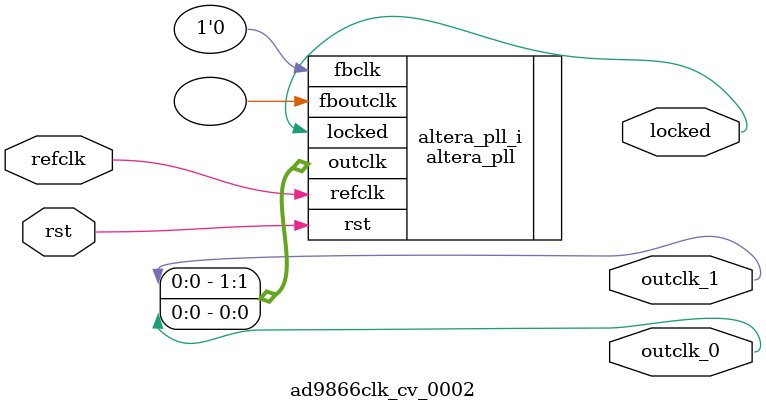
<source format=v>
`timescale 1ns/10ps
module  ad9866clk_cv_0002(

	// interface 'refclk'
	input wire refclk,

	// interface 'reset'
	input wire rst,

	// interface 'outclk0'
	output wire outclk_0,

	// interface 'outclk1'
	output wire outclk_1,

	// interface 'locked'
	output wire locked
);

	altera_pll #(
		.fractional_vco_multiplier("false"),
		.reference_clock_frequency("61.44 MHz"),
		.operation_mode("direct"),
		.number_of_clocks(2),
		.output_clock_frequency0("122.880000 MHz"),
		.phase_shift0("0 ps"),
		.duty_cycle0(50),
		.output_clock_frequency1("61.440000 MHz"),
		.phase_shift1("0 ps"),
		.duty_cycle1(50),
		.output_clock_frequency2("0 MHz"),
		.phase_shift2("0 ps"),
		.duty_cycle2(50),
		.output_clock_frequency3("0 MHz"),
		.phase_shift3("0 ps"),
		.duty_cycle3(50),
		.output_clock_frequency4("0 MHz"),
		.phase_shift4("0 ps"),
		.duty_cycle4(50),
		.output_clock_frequency5("0 MHz"),
		.phase_shift5("0 ps"),
		.duty_cycle5(50),
		.output_clock_frequency6("0 MHz"),
		.phase_shift6("0 ps"),
		.duty_cycle6(50),
		.output_clock_frequency7("0 MHz"),
		.phase_shift7("0 ps"),
		.duty_cycle7(50),
		.output_clock_frequency8("0 MHz"),
		.phase_shift8("0 ps"),
		.duty_cycle8(50),
		.output_clock_frequency9("0 MHz"),
		.phase_shift9("0 ps"),
		.duty_cycle9(50),
		.output_clock_frequency10("0 MHz"),
		.phase_shift10("0 ps"),
		.duty_cycle10(50),
		.output_clock_frequency11("0 MHz"),
		.phase_shift11("0 ps"),
		.duty_cycle11(50),
		.output_clock_frequency12("0 MHz"),
		.phase_shift12("0 ps"),
		.duty_cycle12(50),
		.output_clock_frequency13("0 MHz"),
		.phase_shift13("0 ps"),
		.duty_cycle13(50),
		.output_clock_frequency14("0 MHz"),
		.phase_shift14("0 ps"),
		.duty_cycle14(50),
		.output_clock_frequency15("0 MHz"),
		.phase_shift15("0 ps"),
		.duty_cycle15(50),
		.output_clock_frequency16("0 MHz"),
		.phase_shift16("0 ps"),
		.duty_cycle16(50),
		.output_clock_frequency17("0 MHz"),
		.phase_shift17("0 ps"),
		.duty_cycle17(50),
		.pll_type("General"),
		.pll_subtype("General")
	) altera_pll_i (
		.rst	(rst),
		.outclk	({outclk_1, outclk_0}),
		.locked	(locked),
		.fboutclk	( ),
		.fbclk	(1'b0),
		.refclk	(refclk)
	);
endmodule


</source>
